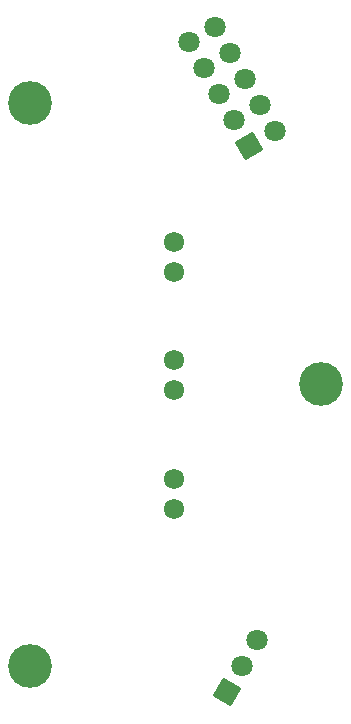
<source format=gbs>
G04*
G04 #@! TF.GenerationSoftware,Altium Limited,Altium Designer,18.1.9 (240)*
G04*
G04 Layer_Color=16711935*
%FSLAX43Y43*%
%MOMM*%
G71*
G01*
G75*
%ADD21C,1.800*%
%ADD22P,2.546X4X165.0*%
%ADD23C,1.724*%
%ADD24P,2.546X4X105.0*%
%ADD25C,3.700*%
D21*
X18831Y55964D02*
D03*
X20101Y53765D02*
D03*
X21371Y51565D02*
D03*
X22641Y49365D02*
D03*
X26111Y48436D02*
D03*
X24841Y50635D02*
D03*
X23571Y52835D02*
D03*
X22301Y55035D02*
D03*
X21031Y57234D02*
D03*
X23250Y3178D02*
D03*
X24520Y5378D02*
D03*
D22*
X23911Y47166D02*
D03*
D23*
X17500Y19020D02*
D03*
Y16480D02*
D03*
Y29020D02*
D03*
Y26480D02*
D03*
Y39020D02*
D03*
Y36480D02*
D03*
D24*
X21980Y978D02*
D03*
D25*
X5356Y3178D02*
D03*
Y50822D02*
D03*
X30000Y27000D02*
D03*
M02*

</source>
